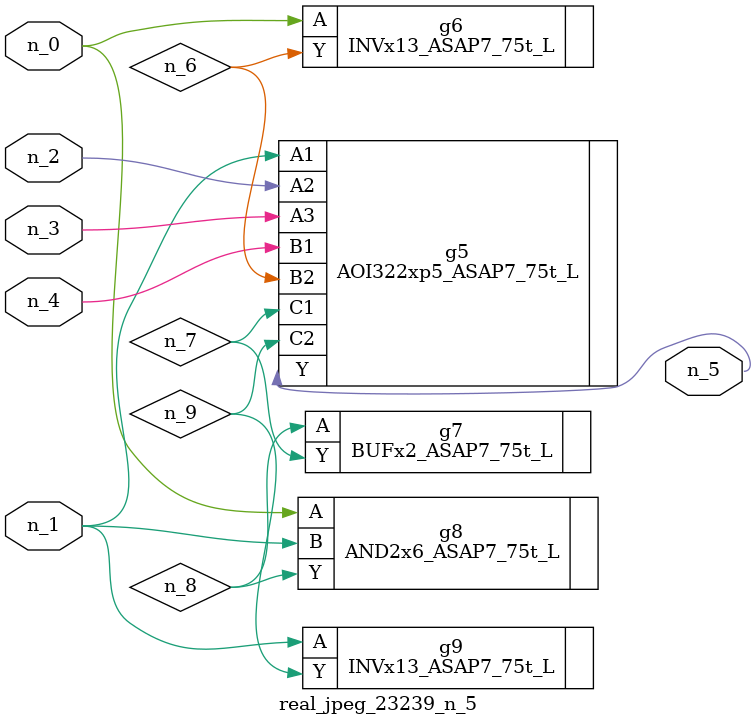
<source format=v>
module real_jpeg_23239_n_5 (n_4, n_0, n_1, n_2, n_3, n_5);

input n_4;
input n_0;
input n_1;
input n_2;
input n_3;

output n_5;

wire n_8;
wire n_6;
wire n_7;
wire n_9;

INVx13_ASAP7_75t_L g6 ( 
.A(n_0),
.Y(n_6)
);

AND2x6_ASAP7_75t_L g8 ( 
.A(n_0),
.B(n_1),
.Y(n_8)
);

AOI322xp5_ASAP7_75t_L g5 ( 
.A1(n_1),
.A2(n_2),
.A3(n_3),
.B1(n_4),
.B2(n_6),
.C1(n_7),
.C2(n_9),
.Y(n_5)
);

INVx13_ASAP7_75t_L g9 ( 
.A(n_1),
.Y(n_9)
);

BUFx2_ASAP7_75t_L g7 ( 
.A(n_8),
.Y(n_7)
);


endmodule
</source>
